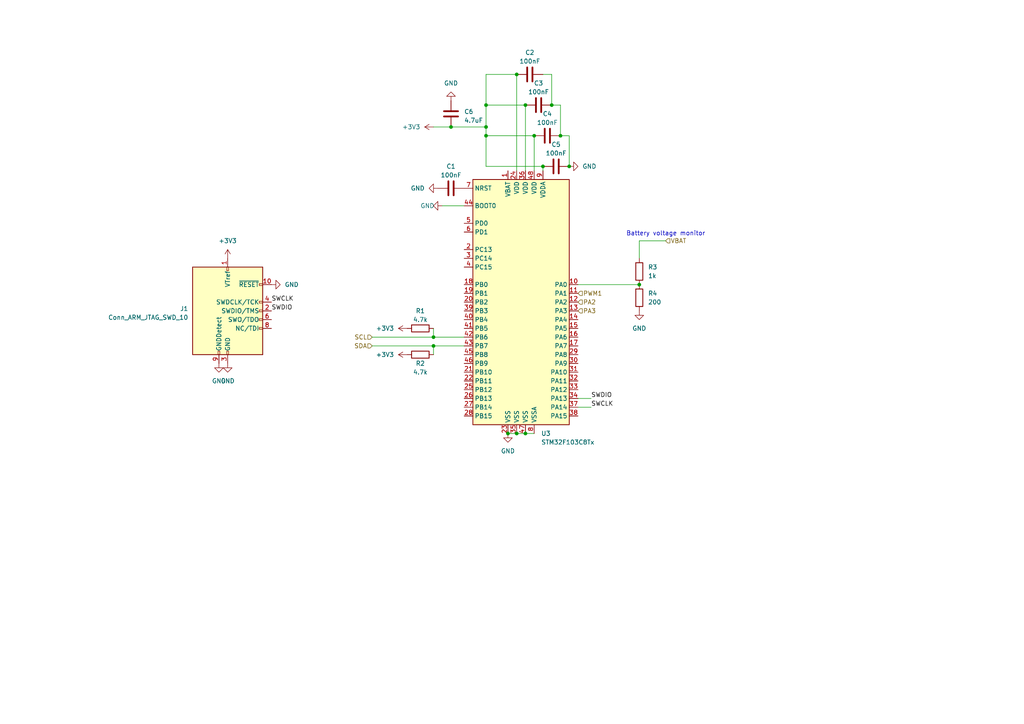
<source format=kicad_sch>
(kicad_sch (version 20230121) (generator eeschema)
  (paper "A4")
  (lib_symbols
    (symbol "Connector:Conn_ARM_JTAG_SWD_10" (pin_names (offset 1.016))
      (property "Reference" "J" (at -2.54 16.51 0))
      (property "Value" "Conn_ARM_JTAG_SWD_10" (at -2.54 13.97 0))
      (symbol "Conn_ARM_JTAG_SWD_10_0_1"
        (rectangle (start -10.16 12.7) (end 10.16 -12.7) (stroke (width 0.254)) (fill (type background)))
        (rectangle (start -2.794 -12.7) (end -2.286 -11.684))
        (rectangle (start -0.254 -12.7) (end 0.254 -11.684))
        (rectangle (start -0.254 12.7) (end 0.254 11.684))
        (rectangle (start 9.144 2.286) (end 10.16 2.794))
        (rectangle (start 10.16 -2.794) (end 9.144 -2.286))
        (rectangle (start 10.16 -0.254) (end 9.144 0.254))
        (rectangle (start 10.16 7.874) (end 9.144 7.366))
      )
      (symbol "Conn_ARM_JTAG_SWD_10_1_1"
        (rectangle (start 9.144 -5.334) (end 10.16 -4.826))
        (pin power_in line (at 0 15.24 270) (length 2.54) (name "VTref") (number "1"))
        (pin open_collector line (at 12.7 7.62 180) (length 2.54) (name "~{RESET}") (number "10"))
        (pin bidirectional line (at 12.7 0 180) (length 2.54) (name "SWDIO/TMS") (number "2"))
        (pin power_in line (at 0 -15.24 90) (length 2.54) (name "GND") (number "3"))
        (pin output line (at 12.7 2.54 180) (length 2.54) (name "SWDCLK/TCK") (number "4"))
        (pin passive line (at 0 -15.24 90) (length 2.54) hide (name "GND") (number "5"))
        (pin input line (at 12.7 -2.54 180) (length 2.54) (name "SWO/TDO") (number "6"))
        (pin no_connect line (at -10.16 0 0) (length 2.54) hide (name "KEY") (number "7"))
        (pin output line (at 12.7 -5.08 180) (length 2.54) (name "NC/TDI") (number "8"))
        (pin passive line (at -2.54 -15.24 90) (length 2.54) (name "GNDDetect") (number "9"))
      )
    )
    (symbol "Device:C" (pin_numbers hide) (pin_names (offset 0.254))
      (property "Reference" "C" (at 0.635 2.54 0))
      (property "Value" "C" (at 0.635 -2.54 0))
      (symbol "C_0_1"
        (polyline (pts (xy -2.032 -0.762) (xy 2.032 -0.762)) (stroke (width 0.508)))
        (polyline (pts (xy -2.032 0.762) (xy 2.032 0.762)) (stroke (width 0.508)))
      )
      (symbol "C_1_1"
        (pin passive line (at 0 3.81 270) (length 2.794) (name "~") (number "1"))
        (pin passive line (at 0 -3.81 90) (length 2.794) (name "~") (number "2"))
      )
    )
    (symbol "Device:R" (pin_numbers hide) (pin_names (offset 0))
      (property "Reference" "R" (at 2.032 0 90))
      (property "Value" "R" (at 0 0 90))
      (symbol "R_0_1"
        (rectangle (start -1.016 -2.54) (end 1.016 2.54) (stroke (width 0.254)))
      )
      (symbol "R_1_1"
        (pin passive line (at 0 3.81 270) (length 1.27) (name "~") (number "1"))
        (pin passive line (at 0 -3.81 90) (length 1.27) (name "~") (number "2"))
      )
    )
    (symbol "MCU_ST_STM32F1:STM32F103C8Tx"
      (property "Reference" "U" (at -15.24 36.83 0))
      (property "Value" "STM32F103C8Tx" (at 7.62 36.83 0))
      (symbol "STM32F103C8Tx_0_1"
        (rectangle (start -15.24 -35.56) (end 12.7 35.56) (stroke (width 0.254)) (fill (type background)))
      )
      (symbol "STM32F103C8Tx_1_1"
        (pin power_in line (at -5.08 38.1 270) (length 2.54) (name "VBAT") (number "1"))
        (pin bidirectional line (at 15.24 5.08 180) (length 2.54) (name "PA0") (number "10"))
        (pin bidirectional line (at 15.24 2.54 180) (length 2.54) (name "PA1") (number "11"))
        (pin bidirectional line (at 15.24 0 180) (length 2.54) (name "PA2") (number "12"))
        (pin bidirectional line (at 15.24 -2.54 180) (length 2.54) (name "PA3") (number "13"))
        (pin bidirectional line (at 15.24 -5.08 180) (length 2.54) (name "PA4") (number "14"))
        (pin bidirectional line (at 15.24 -7.62 180) (length 2.54) (name "PA5") (number "15"))
        (pin bidirectional line (at 15.24 -10.16 180) (length 2.54) (name "PA6") (number "16"))
        (pin bidirectional line (at 15.24 -12.7 180) (length 2.54) (name "PA7") (number "17"))
        (pin bidirectional line (at -17.78 5.08 0) (length 2.54) (name "PB0") (number "18"))
        (pin bidirectional line (at -17.78 2.54 0) (length 2.54) (name "PB1") (number "19"))
        (pin bidirectional line (at -17.78 15.24 0) (length 2.54) (name "PC13") (number "2"))
        (pin bidirectional line (at -17.78 0 0) (length 2.54) (name "PB2") (number "20"))
        (pin bidirectional line (at -17.78 -20.32 0) (length 2.54) (name "PB10") (number "21"))
        (pin bidirectional line (at -17.78 -22.86 0) (length 2.54) (name "PB11") (number "22"))
        (pin power_in line (at -5.08 -38.1 90) (length 2.54) (name "VSS") (number "23"))
        (pin power_in line (at -2.54 38.1 270) (length 2.54) (name "VDD") (number "24"))
        (pin bidirectional line (at -17.78 -25.4 0) (length 2.54) (name "PB12") (number "25"))
        (pin bidirectional line (at -17.78 -27.94 0) (length 2.54) (name "PB13") (number "26"))
        (pin bidirectional line (at -17.78 -30.48 0) (length 2.54) (name "PB14") (number "27"))
        (pin bidirectional line (at -17.78 -33.02 0) (length 2.54) (name "PB15") (number "28"))
        (pin bidirectional line (at 15.24 -15.24 180) (length 2.54) (name "PA8") (number "29"))
        (pin bidirectional line (at -17.78 12.7 0) (length 2.54) (name "PC14") (number "3"))
        (pin bidirectional line (at 15.24 -17.78 180) (length 2.54) (name "PA9") (number "30"))
        (pin bidirectional line (at 15.24 -20.32 180) (length 2.54) (name "PA10") (number "31"))
        (pin bidirectional line (at 15.24 -22.86 180) (length 2.54) (name "PA11") (number "32"))
        (pin bidirectional line (at 15.24 -25.4 180) (length 2.54) (name "PA12") (number "33"))
        (pin bidirectional line (at 15.24 -27.94 180) (length 2.54) (name "PA13") (number "34"))
        (pin power_in line (at -2.54 -38.1 90) (length 2.54) (name "VSS") (number "35"))
        (pin power_in line (at 0 38.1 270) (length 2.54) (name "VDD") (number "36"))
        (pin bidirectional line (at 15.24 -30.48 180) (length 2.54) (name "PA14") (number "37"))
        (pin bidirectional line (at 15.24 -33.02 180) (length 2.54) (name "PA15") (number "38"))
        (pin bidirectional line (at -17.78 -2.54 0) (length 2.54) (name "PB3") (number "39"))
        (pin bidirectional line (at -17.78 10.16 0) (length 2.54) (name "PC15") (number "4"))
        (pin bidirectional line (at -17.78 -5.08 0) (length 2.54) (name "PB4") (number "40"))
        (pin bidirectional line (at -17.78 -7.62 0) (length 2.54) (name "PB5") (number "41"))
        (pin bidirectional line (at -17.78 -10.16 0) (length 2.54) (name "PB6") (number "42"))
        (pin bidirectional line (at -17.78 -12.7 0) (length 2.54) (name "PB7") (number "43"))
        (pin input line (at -17.78 27.94 0) (length 2.54) (name "BOOT0") (number "44"))
        (pin bidirectional line (at -17.78 -15.24 0) (length 2.54) (name "PB8") (number "45"))
        (pin bidirectional line (at -17.78 -17.78 0) (length 2.54) (name "PB9") (number "46"))
        (pin power_in line (at 0 -38.1 90) (length 2.54) (name "VSS") (number "47"))
        (pin power_in line (at 2.54 38.1 270) (length 2.54) (name "VDD") (number "48"))
        (pin input line (at -17.78 22.86 0) (length 2.54) (name "PD0") (number "5"))
        (pin input line (at -17.78 20.32 0) (length 2.54) (name "PD1") (number "6"))
        (pin input line (at -17.78 33.02 0) (length 2.54) (name "NRST") (number "7"))
        (pin power_in line (at 2.54 -38.1 90) (length 2.54) (name "VSSA") (number "8"))
        (pin power_in line (at 5.08 38.1 270) (length 2.54) (name "VDDA") (number "9"))
      )
    )
    (symbol "power:+3V3" (power) (pin_names (offset 0))
      (property "Value" "+3V3" (at 0 3.556 0))
      (symbol "+3V3_0_1"
        (polyline (pts (xy -0.762 1.27) (xy 0 2.54)))
        (polyline (pts (xy 0 0) (xy 0 2.54)))
        (polyline (pts (xy 0 2.54) (xy 0.762 1.27)))
      )
      (symbol "+3V3_1_1"
        (pin power_in line (at 0 0 90) (length 0) hide (name "+3V3") (number "1"))
      )
    )
    (symbol "power:GND" (power) (pin_names (offset 0))
      (property "Value" "GND" (at 0 -3.81 0))
      (symbol "GND_0_1"
        (polyline (pts (xy 0 0) (xy 0 -1.27) (xy 1.27 -1.27) (xy 0 -2.54) (xy -1.27 -1.27) (xy 0 -1.27)))
      )
      (symbol "GND_1_1"
        (pin power_in line (at 0 0 270) (length 0) hide (name "GND") (number "1"))
      )
    )
  )
  (junction (at 125.73 100.33))
  (junction (at 149.86 125.73))
  (junction (at 140.97 39.37))
  (junction (at 154.94 39.37))
  (junction (at 147.32 125.73))
  (junction (at 165.1 48.26))
  (junction (at 152.4 30.48))
  (junction (at 149.86 21.59))
  (junction (at 152.4 125.73))
  (junction (at 125.73 97.79))
  (junction (at 130.81 36.83))
  (junction (at 185.42 82.55))
  (junction (at 162.56 39.37))
  (junction (at 140.97 30.48))
  (junction (at 157.48 48.26))
  (junction (at 140.97 36.83))
  (junction (at 160.02 30.48))
  (wire (pts (xy 149.86 125.73) (xy 152.4 125.73)))
  (wire (pts (xy 154.94 39.37) (xy 154.94 49.53)))
  (wire (pts (xy 157.48 48.26) (xy 157.48 49.53)))
  (wire (pts (xy 160.02 30.48) (xy 160.02 21.59)))
  (wire (pts (xy 107.95 100.33) (xy 125.73 100.33)))
  (wire (pts (xy 165.1 48.26) (xy 165.1 39.37)))
  (wire (pts (xy 171.45 118.11) (xy 167.64 118.11)))
  (wire (pts (xy 165.1 39.37) (xy 162.56 39.37)))
  (wire (pts (xy 125.73 95.25) (xy 125.73 97.79)))
  (wire (pts (xy 107.95 97.79) (xy 125.73 97.79)))
  (wire (pts (xy 140.97 30.48) (xy 152.4 30.48)))
  (wire (pts (xy 140.97 36.83) (xy 140.97 39.37)))
  (wire (pts (xy 140.97 30.48) (xy 140.97 36.83)))
  (wire (pts (xy 152.4 30.48) (xy 152.4 49.53)))
  (wire (pts (xy 152.4 125.73) (xy 154.94 125.73)))
  (wire (pts (xy 162.56 39.37) (xy 162.56 30.48)))
  (wire (pts (xy 193.04 69.85) (xy 185.42 69.85)))
  (wire (pts (xy 185.42 69.85) (xy 185.42 74.93)))
  (wire (pts (xy 162.56 30.48) (xy 160.02 30.48)))
  (wire (pts (xy 125.73 100.33) (xy 134.62 100.33)))
  (wire (pts (xy 147.32 125.73) (xy 149.86 125.73)))
  (wire (pts (xy 140.97 39.37) (xy 154.94 39.37)))
  (wire (pts (xy 140.97 48.26) (xy 157.48 48.26)))
  (wire (pts (xy 140.97 21.59) (xy 140.97 30.48)))
  (wire (pts (xy 140.97 39.37) (xy 140.97 48.26)))
  (wire (pts (xy 160.02 21.59) (xy 157.48 21.59)))
  (wire (pts (xy 167.64 82.55) (xy 185.42 82.55)))
  (wire (pts (xy 125.73 36.83) (xy 130.81 36.83)))
  (wire (pts (xy 149.86 21.59) (xy 149.86 49.53)))
  (wire (pts (xy 125.73 97.79) (xy 134.62 97.79)))
  (wire (pts (xy 130.81 36.83) (xy 140.97 36.83)))
  (wire (pts (xy 171.45 115.57) (xy 167.64 115.57)))
  (wire (pts (xy 140.97 21.59) (xy 149.86 21.59)))
  (wire (pts (xy 125.73 100.33) (xy 125.73 102.87)))
  (wire (pts (xy 128.27 59.69) (xy 134.62 59.69)))
  (text "Battery voltage monitor" (at 181.61 68.58 0) (effects (font (size 1.27 1.27)) (justify left bottom)))
  (label "SWDIO" (at 171.45 115.57 0))
  (label "SWCLK" (at 78.74 87.63 0))
  (label "SWDIO" (at 78.74 90.17 0))
  (label "SWCLK" (at 171.45 118.11 0))
  (hierarchical_label "PA2" (shape input) (at 167.64 87.63 0))
  (hierarchical_label "PWM1" (shape input) (at 167.64 85.09 0))
  (hierarchical_label "VBAT" (shape input) (at 193.04 69.85 0))
  (hierarchical_label "SCL" (shape input) (at 107.95 97.79 180))
  (hierarchical_label "SDA" (shape input) (at 107.95 100.33 180))
  (hierarchical_label "PA3" (shape input) (at 167.64 90.17 0))
  (symbol (lib_id "MCU_ST_STM32F1:STM32F103C8Tx") (at 152.4 87.63 0) (unit 1)
    (property "Reference" "U3" (at 156.9594 125.73 0) (effects (justify left)))
    (property "Value" "STM32F103C8Tx" (at 156.9594 128.27 0) (effects (justify left)))
    (property "Footprint" "Package_QFP:LQFP-48_7x7mm_P0.5mm" (effects hide))
    (property "Datasheet" "http://www.st.com/st-web-ui/static/active/en/resource/technical/document/datasheet/CD00161566.pdf" (effects hide))
  )
  (symbol (lib_id "power:GND") (at 185.42 90.17 0) (unit 1)
    (property "Reference" "#PWR015" (effects hide))
    (property "Value" "GND" (at 185.42 95.25 0))
  )
  (symbol (lib_id "power:GND") (at 147.32 125.73 0) (unit 1)
    (property "Reference" "#PWR013" (effects hide))
    (property "Value" "GND" (at 147.32 130.81 0))
  )
  (symbol (lib_id "power:GND") (at 128.27 59.69 270) (unit 1)
    (property "Reference" "#PWR011" (effects hide))
    (property "Value" "GND" (at 121.92 59.69 90) (effects (justify left)))
  )
  (symbol (lib_id "power:GND") (at 78.74 82.55 90) (unit 1)
    (property "Reference" "#PWR06" (effects hide))
    (property "Value" "GND" (at 82.55 82.5499 90) (effects (justify right)))
  )
  (symbol (lib_id "Device:R") (at 185.42 86.36 0) (unit 1)
    (property "Reference" "R4" (at 187.96 85.0899 0) (effects (justify left)))
    (property "Value" "200" (at 187.96 87.6299 0) (effects (justify left)))
    (property "Footprint" "Resistor_SMD:R_0805_2012Metric" (effects hide))
  )
  (symbol (lib_id "Device:R") (at 121.92 95.25 270) (unit 1)
    (property "Reference" "R1" (at 121.92 90.17 90))
    (property "Value" "4.7k" (at 121.92 92.71 90))
    (property "Footprint" "Resistor_SMD:R_0402_1005Metric" (effects hide))
  )
  (symbol (lib_id "Device:C") (at 158.75 39.37 270) (unit 1)
    (property "Reference" "C4" (at 158.75 33.02 90))
    (property "Value" "100nF" (at 158.75 35.56 90))
    (property "Footprint" "Capacitor_SMD:C_0805_2012Metric" (effects hide))
  )
  (symbol (lib_id "Device:C") (at 130.81 33.02 0) (unit 1)
    (property "Reference" "C6" (at 134.62 32.385 0) (effects (justify left)))
    (property "Value" "4.7uF" (at 134.62 34.925 0) (effects (justify left)))
    (property "Footprint" "Capacitor_SMD:C_0805_2012Metric" (effects hide))
  )
  (symbol (lib_id "power:GND") (at 66.04 105.41 0) (unit 1)
    (property "Reference" "#PWR05" (effects hide))
    (property "Value" "GND" (at 66.04 110.49 0))
  )
  (symbol (lib_id "Connector:Conn_ARM_JTAG_SWD_10") (at 66.04 90.17 0) (unit 1)
    (property "Reference" "J1" (at 54.61 89.535 0) (effects (justify right)))
    (property "Value" "Conn_ARM_JTAG_SWD_10" (at 54.61 92.075 0) (effects (justify right)))
    (property "Footprint" "Connector_PinHeader_1.27mm:PinHeader_2x05_P1.27mm_Vertical_SMD" (effects hide))
    (property "Datasheet" "http://infocenter.arm.com/help/topic/com.arm.doc.ddi0314h/DDI0314H_coresight_components_trm.pdf" (effects hide))
  )
  (symbol (lib_id "power:+3V3") (at 66.04 74.93 0) (unit 1)
    (property "Reference" "#PWR04" (effects hide))
    (property "Value" "+3V3" (at 66.04 69.85 0))
  )
  (symbol (lib_id "Device:C") (at 153.67 21.59 270) (unit 1)
    (property "Reference" "C2" (at 153.67 15.24 90))
    (property "Value" "100nF" (at 153.67 17.78 90))
    (property "Footprint" "Capacitor_SMD:C_0805_2012Metric" (effects hide))
  )
  (symbol (lib_id "power:GND") (at 63.5 105.41 0) (unit 1)
    (property "Reference" "#PWR03" (effects hide))
    (property "Value" "GND" (at 63.5 110.49 0))
  )
  (symbol (lib_id "power:GND") (at 165.1 48.26 90) (unit 1)
    (property "Reference" "#PWR014" (effects hide))
    (property "Value" "GND" (at 168.91 48.2599 90) (effects (justify right)))
  )
  (symbol (lib_id "power:+3V3") (at 118.11 102.87 90) (unit 1)
    (property "Reference" "#PWR08" (effects hide))
    (property "Value" "+3V3" (at 114.3 102.8699 90) (effects (justify left)))
  )
  (symbol (lib_id "power:GND") (at 127 54.61 270) (unit 1)
    (property "Reference" "#PWR010" (effects hide))
    (property "Value" "GND" (at 123.19 54.6099 90) (effects (justify right)))
  )
  (symbol (lib_id "power:+3V3") (at 125.73 36.83 90) (unit 1)
    (property "Reference" "#PWR09" (effects hide))
    (property "Value" "+3V3" (at 121.92 36.8299 90) (effects (justify left)))
  )
  (symbol (lib_id "Device:C") (at 161.29 48.26 270) (unit 1)
    (property "Reference" "C5" (at 161.29 41.91 90))
    (property "Value" "100nF" (at 161.29 44.45 90))
    (property "Footprint" "Capacitor_SMD:C_0805_2012Metric" (effects hide))
  )
  (symbol (lib_id "Device:R") (at 121.92 102.87 270) (unit 1)
    (property "Reference" "R2" (at 121.92 105.41 90))
    (property "Value" "4.7k" (at 121.92 107.95 90))
    (property "Footprint" "Resistor_SMD:R_0402_1005Metric" (effects hide))
  )
  (symbol (lib_id "Device:C") (at 130.81 54.61 270) (unit 1)
    (property "Reference" "C1" (at 130.81 48.26 90))
    (property "Value" "100nF" (at 130.81 50.8 90))
    (property "Footprint" "Capacitor_SMD:C_0805_2012Metric" (effects hide))
  )
  (symbol (lib_id "power:GND") (at 130.81 29.21 0) (mirror x) (unit 1)
    (property "Reference" "#PWR012" (effects hide))
    (property "Value" "GND" (at 130.81 24.13 0))
  )
  (symbol (lib_id "Device:C") (at 156.21 30.48 270) (unit 1)
    (property "Reference" "C3" (at 156.21 24.13 90))
    (property "Value" "100nF" (at 156.21 26.67 90))
    (property "Footprint" "Capacitor_SMD:C_0805_2012Metric" (effects hide))
  )
  (symbol (lib_id "power:+3V3") (at 118.11 95.25 90) (unit 1)
    (property "Reference" "#PWR07" (effects hide))
    (property "Value" "+3V3" (at 114.3 95.2499 90) (effects (justify left)))
  )
  (symbol (lib_id "Device:R") (at 185.42 78.74 0) (unit 1)
    (property "Reference" "R3" (at 187.96 77.4699 0) (effects (justify left)))
    (property "Value" "1k" (at 187.96 80.0099 0) (effects (justify left)))
    (property "Footprint" "Resistor_SMD:R_0805_2012Metric" (effects hide))
  )
)
</source>
